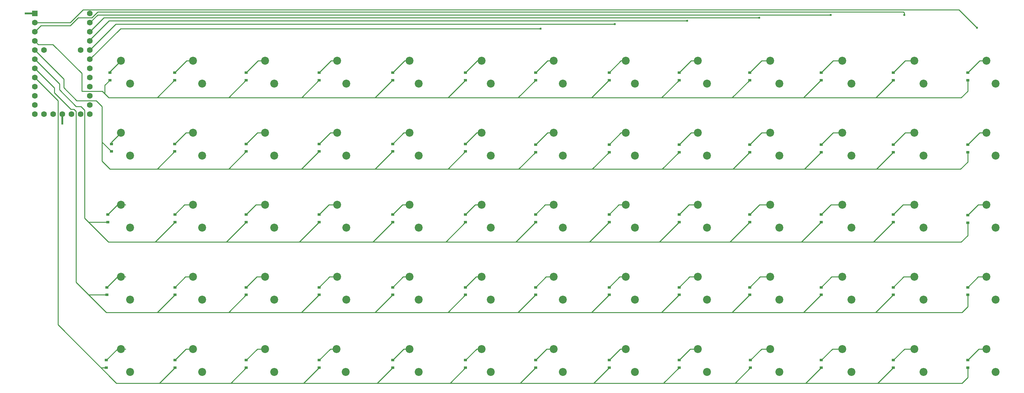
<source format=gbl>
G04 ---------------------------- Layer name :BOTTOM LAYER*
G04 EasyEDA v5.4.12, Fri, 01 Jun 2018 01:53:27 GMT*
G04 b752a15d14d94793b98c049bcf485ef1*
G04 Gerber Generator version 0.2*
G04 Scale: 100 percent, Rotated: No, Reflected: No *
G04 Dimensions in millimeters *
G04 leading zeros omitted , absolute positions ,3 integer and 3 decimal *
%FSLAX33Y33*%
%MOMM*%
G90*
G71D02*

%ADD10C,0.254000*%
%ADD11C,0.508000*%
%ADD12C,0.619760*%
%ADD13C,2.199996*%
%ADD14C,1.599997*%
%ADD15R,1.599997X1.599997*%
%ADD16R,0.899998X0.799998*%

%LPD*%
G54D11*
G01X10579Y103369D02*
G01X8031Y103369D01*
G01X8001Y103399D01*
G01X18199Y75431D02*
G01X18199Y72800D01*
G54D10*
G01X35702Y50298D02*
G01X33497Y50298D01*
G01X30800Y47600D01*
G01X154432Y30298D02*
G01X152300Y30298D01*
G01X149402Y27397D01*
G01X35702Y10298D02*
G01X33497Y10298D01*
G01X30401Y7199D01*
G01X35702Y30298D02*
G01X33497Y30298D01*
G01X30599Y27400D01*
G01X10579Y100831D02*
G01X20431Y100831D01*
G01X24000Y104400D01*
G01X248599Y104400D01*
G01X251200Y103798D02*
G01X28000Y103800D01*
G01X26400Y102200D01*
G01X22600Y102200D01*
G01X20398Y99998D01*
G01X12288Y99998D01*
G01X10579Y98291D01*
G01X10579Y90671D02*
G01X17399Y83851D01*
G01X17399Y82200D01*
G01X21998Y77600D01*
G01X23401Y77600D01*
G01X24399Y76600D01*
G01X24399Y46600D01*
G01X31000Y39998D01*
G01X37000Y39998D01*
G01X56598Y39998D01*
G01X92199Y39998D01*
G01X142999Y39998D01*
G01X185199Y39998D01*
G01X224200Y39998D01*
G01X259400Y39998D01*
G01X265399Y39998D01*
G01X267398Y39998D01*
G01X269199Y41799D01*
G01X269199Y45299D01*
G01X30800Y45500D02*
G01X25521Y45500D01*
G01X25511Y45490D01*
G01X10579Y88131D02*
G01X15999Y82711D01*
G01X15999Y81400D01*
G01X20599Y76800D01*
G01X21399Y76800D01*
G01X21998Y76198D01*
G01X21998Y28799D01*
G01X30398Y20400D01*
G01X267599Y20400D01*
G01X269199Y22000D01*
G01X269199Y25299D01*
G01X30599Y25299D02*
G01X25499Y25299D01*
G01X25476Y25322D01*
G01X10579Y85591D02*
G01X17000Y79170D01*
G01X17000Y16998D01*
G01X33200Y798D01*
G01X267599Y798D01*
G01X269201Y2401D01*
G01X269201Y5099D01*
G01X30401Y5099D02*
G01X28900Y5099D01*
G01X28844Y5154D01*
G01X10579Y93211D02*
G01X18600Y85190D01*
G01X18600Y82800D01*
G01X22199Y79201D01*
G01X27599Y79201D01*
G01X29199Y77600D01*
G01X29199Y62398D01*
G01X31399Y60199D01*
G01X267200Y60199D01*
G01X31803Y65096D02*
G01X29199Y67699D01*
G01X29199Y68492D01*
G01X25819Y100831D02*
G01X27988Y103000D01*
G01X231198Y103000D01*
G01X25819Y98291D02*
G01X29725Y102198D01*
G01X211401Y102198D01*
G01X191401Y101398D02*
G01X31198Y101398D01*
G01X25819Y96018D01*
G01X25819Y95751D01*
G01X25819Y93211D02*
G01X33007Y100399D01*
G01X171401Y100397D01*
G01X25819Y90671D02*
G01X34345Y99198D01*
G01X150802Y99198D01*
G01X10579Y95751D02*
G01X11531Y94799D01*
G01X15600Y94799D01*
G01X23599Y86800D01*
G01X23599Y81799D01*
G01X23606Y81807D01*
G01X29306Y81807D01*
G01X29306Y81807D02*
G01X31112Y79998D01*
G01X267398Y79998D01*
G01X248599Y104400D02*
G01X266799Y104400D01*
G01X271800Y99399D01*
G01X251200Y103798D02*
G01X251401Y103798D01*
G01X251599Y103600D01*
G01X251599Y103000D01*
G01X251599Y103000D01*
G01X31800Y67199D02*
G01X31800Y67666D01*
G01X34432Y70298D01*
G01X29974Y81136D02*
G01X29974Y83470D01*
G01X31402Y84898D01*
G01X31402Y86998D02*
G01X31402Y87268D01*
G01X34432Y90298D01*
G01X49400Y87001D02*
G01X52697Y90298D01*
G01X54432Y90298D01*
G01X49400Y67199D02*
G01X52499Y70298D01*
G01X54432Y70298D01*
G01X49403Y47598D02*
G01X52103Y50298D01*
G01X54432Y50298D01*
G01X54432Y30298D02*
G01X52303Y30298D01*
G01X49403Y27397D01*
G01X49403Y7199D02*
G01X52501Y10298D01*
G01X54432Y10298D01*
G01X49400Y84900D02*
G01X44508Y80008D01*
G01X44508Y79998D01*
G01X49400Y65098D02*
G01X44500Y60199D01*
G01X44317Y60199D01*
G01X49403Y45497D02*
G01X43906Y40001D01*
G01X43906Y39998D01*
G01X49403Y25297D02*
G01X44528Y20422D01*
G01X44528Y20400D01*
G01X49403Y5099D02*
G01X45112Y808D01*
G01X45112Y798D01*
G01X69199Y86998D02*
G01X72499Y90298D01*
G01X74432Y90298D01*
G01X69199Y84900D02*
G01X64307Y80008D01*
G01X64307Y79998D01*
G01X69199Y67199D02*
G01X72298Y70298D01*
G01X74432Y70298D01*
G01X69199Y65098D02*
G01X64305Y60204D01*
G01X64305Y60199D01*
G01X69199Y47600D02*
G01X71897Y50298D01*
G01X74432Y50298D01*
G01X69199Y45500D02*
G01X63705Y40006D01*
G01X63705Y39998D01*
G01X69199Y25299D02*
G01X64312Y20412D01*
G01X64312Y20400D01*
G01X69199Y27400D02*
G01X72097Y30298D01*
G01X74432Y30298D01*
G01X69199Y7199D02*
G01X72298Y10298D01*
G01X74432Y10298D01*
G01X69199Y5099D02*
G01X64914Y814D01*
G01X64914Y798D01*
G01X89400Y86998D02*
G01X92699Y90298D01*
G01X94432Y90298D01*
G01X89400Y84900D02*
G01X84569Y80069D01*
G01X84569Y79998D01*
G01X89400Y67199D02*
G01X92499Y70298D01*
G01X94432Y70298D01*
G01X89400Y65098D02*
G01X84505Y60204D01*
G01X84505Y60199D01*
G01X89402Y47598D02*
G01X92102Y50298D01*
G01X94432Y50298D01*
G01X89402Y45497D02*
G01X83903Y39998D01*
G01X83903Y39998D01*
G01X89400Y25299D02*
G01X84538Y20438D01*
G01X84538Y20400D01*
G01X89400Y7199D02*
G01X92499Y10298D01*
G01X94226Y10298D01*
G01X89400Y27400D02*
G01X92298Y30298D01*
G01X94432Y30298D01*
G01X89400Y5099D02*
G01X85107Y806D01*
G01X85107Y798D01*
G01X109799Y86998D02*
G01X113098Y90298D01*
G01X114432Y90298D01*
G01X109799Y84900D02*
G01X104902Y80003D01*
G01X104902Y79998D01*
G01X109799Y67199D02*
G01X112897Y70298D01*
G01X114432Y70298D01*
G01X109799Y65098D02*
G01X104899Y60199D01*
G01X104899Y60199D01*
G01X109799Y47600D02*
G01X112496Y50298D01*
G01X114432Y50298D01*
G01X109799Y45500D02*
G01X104302Y40003D01*
G01X104302Y39998D01*
G01X109799Y27400D02*
G01X112697Y30298D01*
G01X114432Y30298D01*
G01X109799Y25299D02*
G01X104899Y20400D01*
G01X104828Y20400D01*
G01X109799Y7199D02*
G01X112897Y10298D01*
G01X114432Y10298D01*
G01X109799Y5099D02*
G01X105519Y819D01*
G01X105519Y798D01*
G01X130002Y86998D02*
G01X133301Y90298D01*
G01X134432Y90298D01*
G01X130002Y84898D02*
G01X125102Y79998D01*
G01X124965Y79998D01*
G01X129999Y65098D02*
G01X125102Y60201D01*
G01X125102Y60199D01*
G01X130002Y47598D02*
G01X132702Y50298D01*
G01X134432Y50298D01*
G01X129999Y67199D02*
G01X133098Y70298D01*
G01X134432Y70298D01*
G01X130002Y45497D02*
G01X124503Y39998D01*
G01X124493Y39998D01*
G01X129999Y27400D02*
G01X132897Y30298D01*
G01X134432Y30298D01*
G01X129999Y25299D02*
G01X125102Y20402D01*
G01X125102Y20400D01*
G01X129999Y7199D02*
G01X133098Y10298D01*
G01X134432Y10298D01*
G01X129999Y5099D02*
G01X125719Y819D01*
G01X125719Y798D01*
G01X149402Y86998D02*
G01X152702Y90298D01*
G01X154432Y90298D01*
G01X149402Y84898D02*
G01X144619Y80115D01*
G01X144619Y79998D01*
G01X149400Y66998D02*
G01X152699Y70298D01*
G01X154432Y70298D01*
G01X149400Y64900D02*
G01X144703Y60204D01*
G01X144703Y60199D01*
G01X149400Y47600D02*
G01X152097Y50298D01*
G01X154432Y50298D01*
G01X149400Y45500D02*
G01X143898Y39998D01*
G01X143863Y39998D01*
G01X149402Y25297D02*
G01X144505Y20400D01*
G01X144465Y20400D01*
G01X149400Y7199D02*
G01X152499Y10298D01*
G01X154432Y10298D01*
G01X149400Y5099D02*
G01X145173Y872D01*
G01X145173Y798D01*
G01X169799Y86998D02*
G01X173098Y90298D01*
G01X174431Y90298D01*
G01X169799Y84900D02*
G01X164896Y79998D01*
G01X164840Y79998D01*
G01X169799Y67001D02*
G01X173095Y70298D01*
G01X174431Y70298D01*
G01X169799Y64900D02*
G01X165107Y60209D01*
G01X165107Y60199D01*
G01X169799Y47600D02*
G01X172496Y50298D01*
G01X174431Y50298D01*
G01X169799Y45500D02*
G01X164307Y40008D01*
G01X164307Y39998D01*
G01X169799Y27400D02*
G01X172697Y30298D01*
G01X174431Y30298D01*
G01X169799Y25299D02*
G01X164912Y20412D01*
G01X164912Y20400D01*
G01X169799Y7199D02*
G01X172897Y10298D01*
G01X174431Y10298D01*
G01X169799Y5099D02*
G01X165503Y803D01*
G01X165503Y798D01*
G01X189202Y86998D02*
G01X192501Y90298D01*
G01X194431Y90298D01*
G01X189202Y84898D02*
G01X184304Y80001D01*
G01X184304Y79998D01*
G01X189199Y66998D02*
G01X192498Y70298D01*
G01X194431Y70298D01*
G01X189199Y64900D02*
G01X184515Y60217D01*
G01X184515Y60199D01*
G01X189199Y47600D02*
G01X191897Y50298D01*
G01X194431Y50298D01*
G01X189199Y45500D02*
G01X183697Y39998D01*
G01X183697Y39998D01*
G01X189199Y27400D02*
G01X192097Y30298D01*
G01X194431Y30298D01*
G01X189199Y25299D02*
G01X184307Y20407D01*
G01X184307Y20400D01*
G01X189199Y7199D02*
G01X192298Y10298D01*
G01X194431Y10298D01*
G01X189199Y5099D02*
G01X184932Y831D01*
G01X184932Y798D01*
G01X208800Y86998D02*
G01X212100Y90298D01*
G01X214431Y90298D01*
G01X208800Y66998D02*
G01X212100Y70298D01*
G01X214431Y70298D01*
G01X208800Y64898D02*
G01X204116Y60214D01*
G01X204116Y60199D01*
G01X208800Y47600D02*
G01X211498Y50298D01*
G01X214431Y50298D01*
G01X208800Y45500D02*
G01X203306Y40006D01*
G01X203306Y39998D01*
G01X208800Y27400D02*
G01X211698Y30298D01*
G01X214431Y30298D01*
G01X208800Y25299D02*
G01X203906Y20405D01*
G01X203906Y20400D01*
G01X208998Y7199D02*
G01X212097Y10298D01*
G01X214431Y10298D01*
G01X208998Y5099D02*
G01X204701Y801D01*
G01X204701Y798D01*
G01X228600Y86998D02*
G01X231899Y90298D01*
G01X234431Y90298D01*
G01X228600Y84900D02*
G01X223707Y80008D01*
G01X223707Y79998D01*
G01X228602Y66998D02*
G01X231902Y70298D01*
G01X234431Y70298D01*
G01X228602Y64898D02*
G01X223911Y60206D01*
G01X223911Y60199D01*
G01X228600Y47600D02*
G01X231297Y50298D01*
G01X234431Y50298D01*
G01X228600Y45500D02*
G01X223098Y39998D01*
G01X222930Y39998D01*
G01X228600Y27400D02*
G01X231498Y30298D01*
G01X234431Y30298D01*
G01X228600Y25299D02*
G01X223715Y20415D01*
G01X223715Y20400D01*
G01X234431Y10298D02*
G01X231698Y10298D01*
G01X228600Y7199D01*
G01X228600Y5099D02*
G01X228600Y5091D01*
G01X224307Y798D01*
G01X248602Y86998D02*
G01X251901Y90298D01*
G01X254431Y90298D01*
G01X248602Y84898D02*
G01X243748Y80044D01*
G01X243748Y79998D01*
G01X248602Y66998D02*
G01X251901Y70298D01*
G01X254431Y70298D01*
G01X248602Y64898D02*
G01X243903Y60199D01*
G01X243903Y60199D01*
G01X248599Y47600D02*
G01X251297Y50298D01*
G01X254431Y50298D01*
G01X248599Y45500D02*
G01X243098Y39998D01*
G01X243085Y39998D01*
G01X248599Y27400D02*
G01X251498Y30298D01*
G01X254431Y30298D01*
G01X248599Y25299D02*
G01X243700Y20400D01*
G01X243677Y20400D01*
G01X248599Y7199D02*
G01X251698Y10298D01*
G01X254431Y10298D01*
G01X248599Y5099D02*
G01X244299Y798D01*
G01X244256Y798D01*
G01X267398Y79998D02*
G01X269201Y81801D01*
G01X269201Y84898D01*
G01X269201Y86998D02*
G01X272501Y90298D01*
G01X274431Y90298D01*
G01X267200Y60199D02*
G01X269201Y62203D01*
G01X269201Y64898D01*
G01X269201Y66998D02*
G01X272501Y70298D01*
G01X274431Y70298D01*
G01X269199Y47400D02*
G01X272097Y50298D01*
G01X274431Y50298D01*
G01X269199Y27400D02*
G01X272097Y30298D01*
G01X274431Y30298D01*
G01X269201Y7199D02*
G01X272300Y10298D01*
G01X274431Y10298D01*
G01X208800Y84896D02*
G01X208768Y84896D01*
G01X203870Y79998D01*
G54D16*
G01X31402Y86996D03*
G01X31402Y84896D03*
G01X49400Y86998D03*
G01X49400Y84898D03*
G01X69199Y86998D03*
G01X69199Y84898D03*
G01X89400Y86998D03*
G01X89400Y84898D03*
G01X109799Y86998D03*
G01X109799Y84898D03*
G01X130002Y86996D03*
G01X130002Y84896D03*
G01X149402Y86996D03*
G01X149402Y84896D03*
G01X169799Y86998D03*
G01X169799Y84898D03*
G01X189202Y86996D03*
G01X189202Y84896D03*
G01X208800Y86996D03*
G01X208800Y84896D03*
G01X228600Y86998D03*
G01X228600Y84898D03*
G01X248602Y86996D03*
G01X248602Y84896D03*
G01X269201Y86996D03*
G01X269201Y84896D03*
G01X31803Y67196D03*
G01X31803Y65096D03*
G01X49400Y67199D03*
G01X49400Y65099D03*
G01X69199Y67199D03*
G01X69199Y65099D03*
G01X89400Y67199D03*
G01X89400Y65099D03*
G01X109799Y67199D03*
G01X109799Y65099D03*
G01X129999Y67199D03*
G01X129999Y65099D03*
G01X149400Y66998D03*
G01X149400Y64898D03*
G01X169799Y66998D03*
G01X169799Y64898D03*
G01X189199Y66998D03*
G01X189199Y64898D03*
G01X208800Y66996D03*
G01X208800Y64896D03*
G01X228602Y66996D03*
G01X228602Y64896D03*
G01X248602Y66996D03*
G01X248602Y64896D03*
G01X269201Y66996D03*
G01X269201Y64896D03*
G01X30800Y47598D03*
G01X30800Y45498D03*
G01X49403Y47595D03*
G01X49403Y45495D03*
G01X69199Y47598D03*
G01X69199Y45498D03*
G01X89402Y47595D03*
G01X89402Y45495D03*
G01X109799Y47598D03*
G01X109799Y45498D03*
G01X130002Y47595D03*
G01X130002Y45495D03*
G01X149400Y47598D03*
G01X149400Y45498D03*
G01X169799Y47598D03*
G01X169799Y45498D03*
G01X189199Y47598D03*
G01X189199Y45498D03*
G01X208800Y47598D03*
G01X208800Y45498D03*
G01X228600Y47598D03*
G01X228600Y45498D03*
G01X248599Y47598D03*
G01X248599Y45498D03*
G01X269199Y47397D03*
G01X269199Y45297D03*
G01X30599Y27397D03*
G01X30599Y25297D03*
G01X49403Y27397D03*
G01X49403Y25297D03*
G01X69199Y27397D03*
G01X69199Y25297D03*
G01X89400Y27397D03*
G01X89400Y25297D03*
G01X109799Y27397D03*
G01X109799Y25297D03*
G01X129999Y27397D03*
G01X129999Y25297D03*
G01X149402Y27397D03*
G01X149402Y25297D03*
G01X169799Y27397D03*
G01X169799Y25297D03*
G01X189199Y27397D03*
G01X189199Y25297D03*
G01X208800Y27397D03*
G01X208800Y25297D03*
G01X228600Y27397D03*
G01X228600Y25297D03*
G01X248599Y27397D03*
G01X248599Y25297D03*
G01X269199Y27397D03*
G01X269199Y25297D03*
G01X30401Y7199D03*
G01X30401Y5099D03*
G01X49403Y7197D03*
G01X49403Y5097D03*
G01X69199Y7199D03*
G01X69199Y5099D03*
G01X89400Y7199D03*
G01X89400Y5099D03*
G01X109799Y7199D03*
G01X109799Y5099D03*
G01X129999Y7199D03*
G01X129999Y5099D03*
G01X149400Y7199D03*
G01X149400Y5099D03*
G01X169799Y7199D03*
G01X169799Y5099D03*
G01X189199Y7199D03*
G01X189199Y5099D03*
G01X208998Y7199D03*
G01X208998Y5099D03*
G01X228600Y7199D03*
G01X228600Y5099D03*
G01X248599Y7199D03*
G01X248599Y5099D03*
G01X269201Y7197D03*
G01X269201Y5097D03*
G54D13*
G01X36972Y83948D03*
G01X34432Y90298D03*
G01X56972Y83948D03*
G01X54432Y90298D03*
G01X76972Y83948D03*
G01X74432Y90298D03*
G01X96972Y83948D03*
G01X94432Y90298D03*
G01X116972Y83948D03*
G01X114432Y90298D03*
G01X136972Y83948D03*
G01X134432Y90298D03*
G01X156972Y83948D03*
G01X154432Y90298D03*
G01X176971Y83948D03*
G01X174431Y90298D03*
G01X196971Y83948D03*
G01X194431Y90298D03*
G01X216971Y83948D03*
G01X214431Y90298D03*
G01X236971Y83948D03*
G01X234431Y90298D03*
G01X256971Y83948D03*
G01X254431Y90298D03*
G01X276971Y83948D03*
G01X274431Y90298D03*
G01X36972Y63948D03*
G01X34432Y70298D03*
G01X56972Y63948D03*
G01X54432Y70298D03*
G01X76972Y63948D03*
G01X74432Y70298D03*
G01X96972Y63948D03*
G01X94432Y70298D03*
G01X116972Y63948D03*
G01X114432Y70298D03*
G01X136972Y63948D03*
G01X134432Y70298D03*
G01X156972Y63948D03*
G01X154432Y70298D03*
G01X176971Y63948D03*
G01X174431Y70298D03*
G01X196971Y63948D03*
G01X194431Y70298D03*
G01X216971Y63948D03*
G01X214431Y70298D03*
G01X236971Y63948D03*
G01X234431Y70298D03*
G01X256971Y63948D03*
G01X254431Y70298D03*
G01X276971Y63948D03*
G01X274431Y70298D03*
G01X36972Y43948D03*
G01X34432Y50298D03*
G01X56972Y43948D03*
G01X54432Y50298D03*
G01X76972Y43948D03*
G01X74432Y50298D03*
G01X96972Y43948D03*
G01X94432Y50298D03*
G01X116972Y43948D03*
G01X114432Y50298D03*
G01X136972Y43948D03*
G01X134432Y50298D03*
G01X156972Y43948D03*
G01X154432Y50298D03*
G01X176971Y43948D03*
G01X174431Y50298D03*
G01X196971Y43948D03*
G01X194431Y50298D03*
G01X216971Y43948D03*
G01X214431Y50298D03*
G01X236971Y43948D03*
G01X234431Y50298D03*
G01X256971Y43948D03*
G01X254431Y50298D03*
G01X276971Y43948D03*
G01X274431Y50298D03*
G01X36972Y23948D03*
G01X34432Y30298D03*
G01X56972Y23948D03*
G01X54432Y30298D03*
G01X76972Y23948D03*
G01X74432Y30298D03*
G01X96972Y23948D03*
G01X94432Y30298D03*
G01X116972Y23948D03*
G01X114432Y30298D03*
G01X136972Y23948D03*
G01X134432Y30298D03*
G01X156972Y23948D03*
G01X154432Y30298D03*
G01X176971Y23948D03*
G01X174431Y30298D03*
G01X196971Y23948D03*
G01X194431Y30298D03*
G01X216971Y23948D03*
G01X214431Y30298D03*
G01X236971Y23948D03*
G01X234431Y30298D03*
G01X256971Y23948D03*
G01X254431Y30298D03*
G01X276971Y23948D03*
G01X274431Y30298D03*
G01X36972Y3948D03*
G01X34432Y10298D03*
G01X56972Y3948D03*
G01X54432Y10298D03*
G01X76972Y3948D03*
G01X74432Y10298D03*
G01X96766Y3948D03*
G01X94226Y10298D03*
G01X116972Y3948D03*
G01X114432Y10298D03*
G01X136972Y3948D03*
G01X134432Y10298D03*
G01X156972Y3948D03*
G01X154432Y10298D03*
G01X176971Y3948D03*
G01X174431Y10298D03*
G01X196971Y3948D03*
G01X194431Y10298D03*
G01X216971Y3948D03*
G01X214431Y10298D03*
G01X236971Y3948D03*
G01X234431Y10298D03*
G01X256971Y3948D03*
G01X254431Y10298D03*
G01X276971Y3948D03*
G01X274431Y10298D03*
G54D14*
G01X25819Y103371D03*
G01X25819Y100831D03*
G01X25819Y98291D03*
G01X25819Y95751D03*
G01X25819Y93211D03*
G01X25819Y88131D03*
G01X25819Y90671D03*
G01X25819Y85591D03*
G01X25819Y83051D03*
G01X25819Y80511D03*
G01X25819Y75431D03*
G01X25819Y77971D03*
G54D15*
G01X10579Y103371D03*
G54D14*
G01X10579Y100831D03*
G01X10579Y98291D03*
G01X10579Y95751D03*
G01X10579Y93211D03*
G01X10579Y88131D03*
G01X10579Y90671D03*
G01X10579Y85591D03*
G01X10579Y83051D03*
G01X10579Y80511D03*
G01X10579Y75431D03*
G01X10579Y77971D03*
G01X13119Y75431D03*
G01X15659Y75431D03*
G01X18199Y75431D03*
G01X20739Y75431D03*
G01X23279Y75431D03*
G01X13119Y93211D03*
G01X23279Y93211D03*
G54D12*
G01X8001Y103399D03*
G01X18199Y72800D03*
G01X271800Y99399D03*
G01X231198Y103000D03*
G01X211401Y102198D03*
G01X191401Y101398D03*
G01X171401Y100397D03*
G01X150802Y99198D03*
G01X251599Y103000D03*
M00*
M02*

</source>
